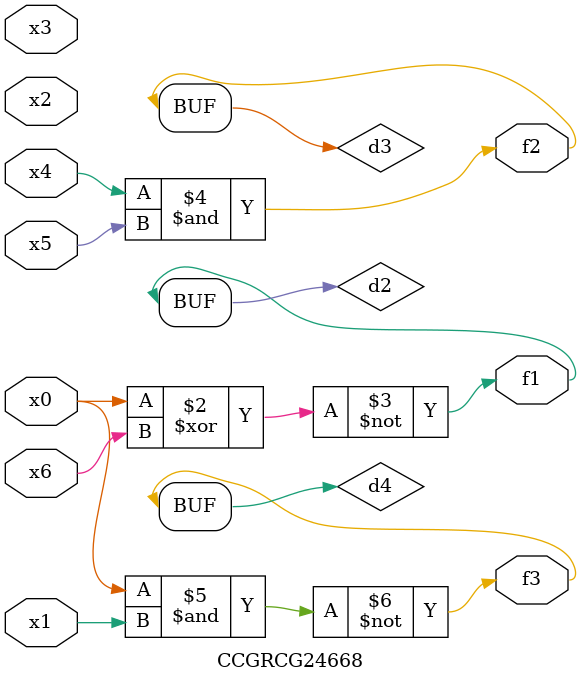
<source format=v>
module CCGRCG24668(
	input x0, x1, x2, x3, x4, x5, x6,
	output f1, f2, f3
);

	wire d1, d2, d3, d4;

	nor (d1, x0);
	xnor (d2, x0, x6);
	and (d3, x4, x5);
	nand (d4, x0, x1);
	assign f1 = d2;
	assign f2 = d3;
	assign f3 = d4;
endmodule

</source>
